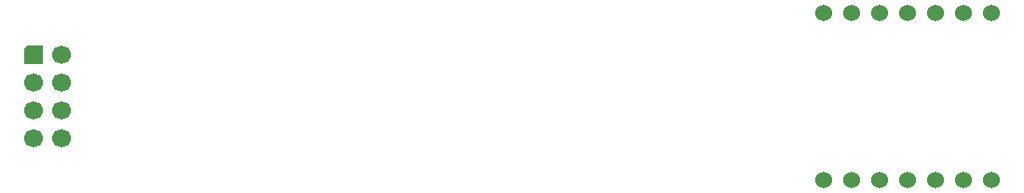
<source format=gbr>
G04 #@! TF.GenerationSoftware,KiCad,Pcbnew,9.0.7*
G04 #@! TF.CreationDate,2026-02-19T02:03:21-08:00*
G04 #@! TF.ProjectId,memori-hw,6d656d6f-7269-42d6-9877-2e6b69636164,vFEB 2026*
G04 #@! TF.SameCoordinates,Original*
G04 #@! TF.FileFunction,Soldermask,Bot*
G04 #@! TF.FilePolarity,Negative*
%FSLAX46Y46*%
G04 Gerber Fmt 4.6, Leading zero omitted, Abs format (unit mm)*
G04 Created by KiCad (PCBNEW 9.0.7) date 2026-02-19 02:03:21*
%MOMM*%
%LPD*%
G01*
G04 APERTURE LIST*
G04 Aperture macros list*
%AMOutline5P*
0 Free polygon, 5 corners , with rotation*
0 The origin of the aperture is its center*
0 number of corners: always 5*
0 $1 to $10 corner X, Y*
0 $11 Rotation angle, in degrees counterclockwise*
0 create outline with 5 corners*
4,1,5,$1,$2,$3,$4,$5,$6,$7,$8,$9,$10,$1,$2,$11*%
%AMOutline6P*
0 Free polygon, 6 corners , with rotation*
0 The origin of the aperture is its center*
0 number of corners: always 6*
0 $1 to $12 corner X, Y*
0 $13 Rotation angle, in degrees counterclockwise*
0 create outline with 6 corners*
4,1,6,$1,$2,$3,$4,$5,$6,$7,$8,$9,$10,$11,$12,$1,$2,$13*%
%AMOutline7P*
0 Free polygon, 7 corners , with rotation*
0 The origin of the aperture is its center*
0 number of corners: always 7*
0 $1 to $14 corner X, Y*
0 $15 Rotation angle, in degrees counterclockwise*
0 create outline with 7 corners*
4,1,7,$1,$2,$3,$4,$5,$6,$7,$8,$9,$10,$11,$12,$13,$14,$1,$2,$15*%
%AMOutline8P*
0 Free polygon, 8 corners , with rotation*
0 The origin of the aperture is its center*
0 number of corners: always 8*
0 $1 to $16 corner X, Y*
0 $17 Rotation angle, in degrees counterclockwise*
0 create outline with 8 corners*
4,1,8,$1,$2,$3,$4,$5,$6,$7,$8,$9,$10,$11,$12,$13,$14,$15,$16,$1,$2,$17*%
G04 Aperture macros list end*
%ADD10C,1.524000*%
%ADD11Outline5P,-0.850000X0.510000X-0.510000X0.850000X0.850000X0.850000X0.850000X-0.850000X-0.850000X-0.850000X0.000000*%
%ADD12C,1.700000*%
G04 APERTURE END LIST*
D10*
X182490000Y-109242000D03*
X179950000Y-109242000D03*
X177410000Y-109242000D03*
X174870000Y-109242000D03*
X172330000Y-109242000D03*
X169790000Y-109242000D03*
X167250000Y-109242000D03*
X167250000Y-94002000D03*
X169790000Y-94002000D03*
X172330000Y-94002000D03*
X174870000Y-94002000D03*
X177410000Y-94002000D03*
X179950000Y-94002000D03*
X182490000Y-94002000D03*
D11*
X95504000Y-97790000D03*
D12*
X98044000Y-97790000D03*
X95504000Y-100330000D03*
X98044000Y-100330000D03*
X95504000Y-102870000D03*
X98044000Y-102870000D03*
X95504000Y-105410000D03*
X98044000Y-105410000D03*
M02*

</source>
